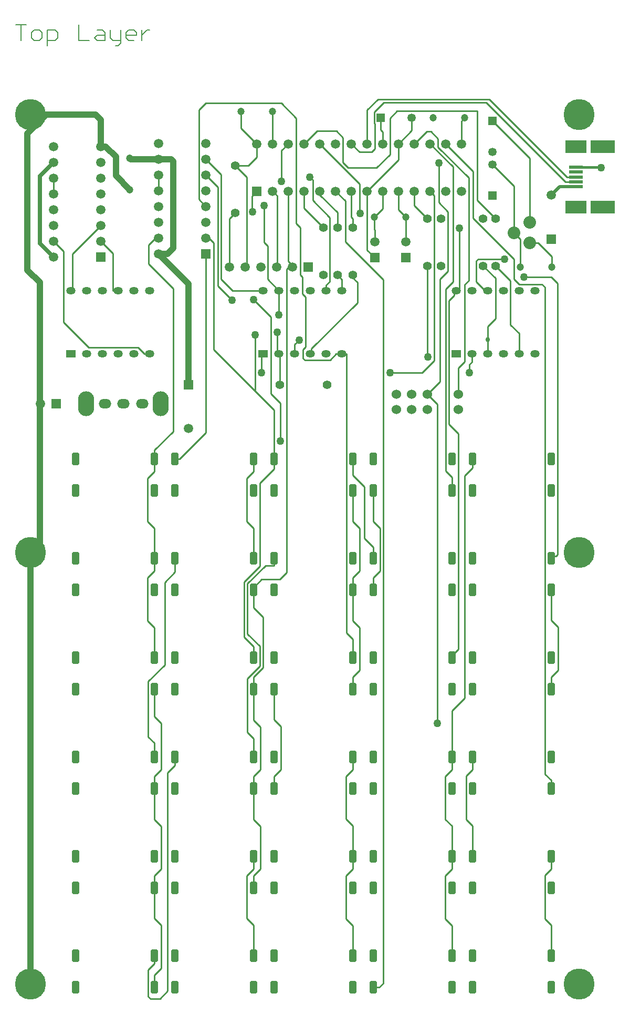
<source format=gtl>
%FSLAX25Y25*%
%MOIN*%
G70*
G01*
G75*
G04 Layer_Physical_Order=1*
G04 Layer_Color=13311*
%ADD10R,0.08858X0.01969*%
%ADD11R,0.13780X0.08071*%
%ADD12R,0.15748X0.08071*%
%ADD13C,0.01000*%
%ADD14C,0.04000*%
%ADD15C,0.01500*%
%ADD16C,0.02000*%
%ADD17C,0.02500*%
%ADD18C,0.00600*%
%ADD19C,0.05512*%
%ADD20C,0.05906*%
%ADD21R,0.05906X0.05906*%
%ADD22C,0.19685*%
%ADD23C,0.06000*%
%ADD24C,0.05315*%
%ADD25R,0.05315X0.05315*%
%ADD26R,0.05906X0.05906*%
%ADD27C,0.05906*%
%ADD28C,0.08000*%
%ADD29R,0.05906X0.05906*%
G04:AMPARAMS|DCode=30|XSize=47.24mil|YSize=80mil|CornerRadius=11.81mil|HoleSize=0mil|Usage=FLASHONLY|Rotation=0.000|XOffset=0mil|YOffset=0mil|HoleType=Round|Shape=RoundedRectangle|*
%AMROUNDEDRECTD30*
21,1,0.04724,0.05638,0,0,0.0*
21,1,0.02362,0.08000,0,0,0.0*
1,1,0.02362,0.01181,-0.02819*
1,1,0.02362,-0.01181,-0.02819*
1,1,0.02362,-0.01181,0.02819*
1,1,0.02362,0.01181,0.02819*
%
%ADD30ROUNDEDRECTD30*%
%ADD31R,0.05315X0.05315*%
%ADD32C,0.04724*%
%ADD33R,0.06000X0.04724*%
%ADD34O,0.06000X0.04724*%
%ADD35O,0.10236X0.15748*%
%ADD36O,0.07874X0.06000*%
%ADD37C,0.05000*%
%ADD38C,0.03000*%
D10*
X356299Y531102D02*
D03*
Y543701D02*
D03*
Y537402D02*
D03*
Y534252D02*
D03*
Y540551D02*
D03*
D11*
Y556693D02*
D03*
Y518110D02*
D03*
D12*
X373032Y556693D02*
D03*
Y518110D02*
D03*
D13*
X238189Y413386D02*
X238189Y413386D01*
X258622D01*
X166500Y425197D02*
Y438900D01*
X167480Y425197D02*
X168071Y424606D01*
Y405512D02*
Y424606D01*
X227469Y23500D02*
X231300D01*
X152500Y401500D02*
X164476Y389524D01*
X282000Y465197D02*
Y504800D01*
X278700Y462200D02*
Y465197D01*
X159067Y291000D02*
X164476D01*
X210500Y248276D02*
Y425197D01*
X340461Y297000D02*
X343500D01*
X62000Y465197D02*
Y489024D01*
X36400Y465197D02*
Y488684D01*
X188100Y425197D02*
Y428419D01*
X320100Y425197D02*
Y438200D01*
X143543Y568268D02*
Y578740D01*
Y568268D02*
X153504Y558307D01*
X139764Y544528D02*
X147008Y537284D01*
X340709Y480315D02*
Y486991D01*
X332232Y495468D02*
X340709Y486991D01*
X326772Y495468D02*
X332232D01*
X283504Y558307D02*
Y572717D01*
X285591Y574803D01*
X300031Y425197D02*
Y442631D01*
X305000Y447600D01*
Y473307D01*
X297244Y481063D02*
X305000Y473307D01*
X251969Y566772D02*
Y574803D01*
X243504Y558307D02*
X251969Y566772D01*
X320709Y480315D02*
Y498031D01*
X316772Y501968D02*
X320709Y498031D01*
X227469Y23465D02*
Y23500D01*
X231300D02*
X233800Y26000D01*
Y472100D01*
X173504Y483819D02*
Y528307D01*
Y483819D02*
X177008Y480315D01*
X340461Y149449D02*
Y154761D01*
X336500Y158721D02*
X340461Y154761D01*
X336500Y158721D02*
Y467500D01*
X334600Y469400D02*
X336500Y467500D01*
X320000Y469400D02*
X334600D01*
X316800Y472600D02*
X320000Y469400D01*
X316800Y472600D02*
Y485200D01*
X290800Y511200D02*
X316800Y485200D01*
X290800Y511200D02*
Y541011D01*
X273504Y558307D02*
X290800Y541011D01*
X280031Y465197D02*
X282000D01*
X151484Y169449D02*
Y181300D01*
X147500Y185284D02*
X151484Y181300D01*
X147500Y185284D02*
Y219266D01*
X155434Y227200D01*
Y239766D01*
X147534Y247666D02*
X155434Y239766D01*
X147534Y247666D02*
Y279467D01*
X159067Y291000D01*
X164476D02*
Y295433D01*
X88492Y38700D02*
Y43465D01*
X84500Y34708D02*
X88492Y38700D01*
X84500Y17700D02*
Y34708D01*
Y17700D02*
X86000Y16200D01*
X92000D01*
X96900Y21100D01*
Y159732D01*
X101484Y164316D01*
Y169449D01*
X277469D02*
Y198932D01*
X285500Y206963D01*
Y347800D01*
X290461Y352761D01*
Y358425D01*
X82000Y425197D02*
X85433D01*
X78097Y429100D02*
X82000Y425197D01*
X46900Y429100D02*
X78097D01*
X30900Y445100D02*
X46900Y429100D01*
X233504Y517126D02*
Y528307D01*
X228189Y511811D02*
X233504Y517126D01*
X243504Y516496D02*
Y528307D01*
Y516496D02*
X248189Y511811D01*
X158100Y495900D02*
Y519300D01*
X187480Y425197D02*
X188100D01*
Y428419D02*
X217342Y457661D01*
Y470413D01*
X212598Y475157D02*
X217342Y470413D01*
X253504Y519370D02*
Y528307D01*
Y519370D02*
X261811Y511063D01*
X156500Y425197D02*
X157480D01*
X269000Y521200D02*
Y546100D01*
Y521200D02*
X274900Y515300D01*
Y477700D02*
Y515300D01*
X269800Y472600D02*
X274900Y477700D01*
X269800Y407595D02*
Y472600D01*
X261811Y399606D02*
X269800Y407595D01*
X151484Y264143D02*
Y275433D01*
Y264143D02*
X157434Y258193D01*
Y226150D02*
Y258193D01*
X151484Y220200D02*
X157434Y226150D01*
X151484Y212441D02*
Y220200D01*
X116800Y523121D02*
X121299Y518622D01*
X116800Y523121D02*
Y580000D01*
X121000Y584200D01*
X169000D01*
X178500Y574700D01*
Y507756D02*
Y574700D01*
X182900Y428000D02*
X184400Y429500D01*
X182900Y422400D02*
Y428000D01*
Y422400D02*
X184000Y421300D01*
X200003D01*
X203900Y425197D01*
X207480D01*
X316772Y501968D02*
Y531654D01*
X303150Y545276D02*
X316772Y531654D01*
X243504Y548307D02*
Y558307D01*
X223504Y528307D02*
X243504Y548307D01*
X183504Y558307D02*
X191697Y566500D01*
X204000D01*
X208300Y562200D01*
Y546600D02*
Y562200D01*
Y546600D02*
X211600Y543300D01*
X229600D01*
X238000Y551700D01*
Y574500D01*
X242600Y579100D01*
X293400D01*
X293500Y579000D01*
Y522681D02*
Y579000D01*
Y522681D02*
X305118Y511063D01*
X193504Y558307D02*
X218800Y533011D01*
Y514700D02*
Y533011D01*
Y514700D02*
X219100Y514400D01*
X298500Y465197D02*
X300031D01*
X292900Y470797D02*
X298500Y465197D01*
X292900Y470797D02*
Y484300D01*
X294000Y485400D01*
X310900D01*
X261811Y423589D02*
X262100Y423300D01*
X261811Y423589D02*
Y481063D01*
X263504Y528307D02*
X266100Y525711D01*
Y420864D02*
Y525711D01*
X258622Y413386D02*
X266100Y420864D01*
X168500Y369800D02*
Y393800D01*
X162500Y399800D02*
X168500Y393800D01*
X166500Y425197D02*
X167480D01*
X277469Y338425D02*
Y347000D01*
X273500Y350969D02*
X277469Y347000D01*
X273500Y350969D02*
Y466400D01*
X278000Y470900D01*
Y543811D01*
X263504Y558307D02*
X278000Y543811D01*
X138203Y465197D02*
X157480D01*
X164476Y358425D02*
Y389524D01*
X152500Y401500D02*
Y437300D01*
X340461Y295433D02*
Y297000D01*
X343500D02*
X344500Y298000D01*
Y469900D01*
X340600Y473800D02*
X344500Y469900D01*
X323200Y473800D02*
X340600D01*
X253504Y558307D02*
X261397Y566200D01*
X264000D01*
X268500Y561700D01*
Y556400D02*
Y561700D01*
Y556400D02*
X288000Y536900D01*
Y471600D02*
Y536900D01*
X285500Y469100D02*
X288000Y471600D01*
X285500Y420400D02*
Y469100D01*
X281496Y416396D02*
X285500Y420400D01*
X281496Y399606D02*
Y416396D01*
X153504Y550032D02*
Y558307D01*
X148000Y544528D02*
X153504Y550032D01*
X139764Y544528D02*
X148000D01*
X35433Y465197D02*
X36400D01*
Y488684D02*
X54370Y506654D01*
X326772Y508468D02*
Y549213D01*
X303150Y572835D02*
X326772Y549213D01*
X54370Y496654D02*
X62000Y489024D01*
Y465197D02*
X65433D01*
X320031Y425197D02*
X320100D01*
X314600Y443700D02*
X320100Y438200D01*
X314600Y443700D02*
Y471581D01*
X305118Y481063D02*
X314600Y471581D01*
X214476Y348400D02*
Y358425D01*
Y348400D02*
X221900Y340976D01*
Y308169D02*
Y340976D01*
Y308169D02*
X227469Y302600D01*
Y295433D02*
Y302600D01*
X173815Y480315D02*
X177008D01*
X172500Y479000D02*
X173815Y480315D01*
X172500Y286600D02*
Y479000D01*
X168000Y282100D02*
X172500Y286600D01*
X156584Y282100D02*
X168000D01*
X151484Y277000D02*
X156584Y282100D01*
X151484Y275433D02*
Y277000D01*
X278700Y465197D02*
X280031D01*
X275500Y459000D02*
X278700Y462200D01*
X275500Y380500D02*
Y459000D01*
Y380500D02*
X281500Y374500D01*
Y237770D02*
Y374500D01*
X277469Y233739D02*
X281500Y237770D01*
X277469Y232441D02*
Y233739D01*
X261811Y399606D02*
X268200Y393217D01*
X223504Y491063D02*
X228346Y486220D01*
X223504Y491063D02*
Y528307D01*
X164476Y352376D02*
Y358425D01*
X155500Y343400D02*
X164476Y352376D01*
X155500Y290433D02*
Y343400D01*
X145534Y280467D02*
X155500Y290433D01*
X145534Y245650D02*
Y280467D01*
Y245650D02*
X151484Y239700D01*
Y232441D02*
Y239700D01*
X88492Y195200D02*
Y212441D01*
Y195200D02*
X92800Y190893D01*
Y161508D02*
Y190893D01*
X88492Y157200D02*
X92800Y161508D01*
X88492Y149449D02*
Y157200D01*
Y169449D02*
Y178408D01*
X84500Y182400D02*
X88492Y178408D01*
X84500Y182400D02*
Y217500D01*
X95000Y228000D01*
Y280400D01*
X101484Y286884D01*
Y295433D01*
X207480Y425197D02*
X210500D01*
Y248276D02*
X214476Y244300D01*
Y232441D02*
Y244300D01*
X91299Y528622D02*
Y538622D01*
X24370Y526654D02*
Y536654D01*
X163543Y568539D02*
Y578740D01*
X163504Y568500D02*
X163543Y568539D01*
X163504Y558307D02*
Y568500D01*
X88492Y130008D02*
Y149449D01*
Y130008D02*
X92800Y125700D01*
Y98608D02*
Y125700D01*
X88492Y94300D02*
X92800Y98608D01*
X88492Y86457D02*
Y94300D01*
Y67108D02*
Y86457D01*
Y67108D02*
X92800Y62800D01*
Y35608D02*
Y62800D01*
X88492Y31300D02*
X92800Y35608D01*
X88492Y23465D02*
Y31300D01*
X151484Y193016D02*
Y212441D01*
Y193016D02*
X155800Y188700D01*
Y161516D02*
Y188700D01*
X151484Y157200D02*
X155800Y161516D01*
X151484Y149449D02*
Y157200D01*
Y130016D02*
Y149449D01*
Y130016D02*
X155800Y125700D01*
Y98516D02*
Y125700D01*
X151484Y94200D02*
X155800Y98516D01*
X151484Y86457D02*
Y94200D01*
X164476Y149449D02*
Y157276D01*
X168800Y161600D01*
Y188776D01*
X164476Y193100D02*
X168800Y188776D01*
X164476Y193100D02*
Y212441D01*
X214476Y319024D02*
Y338425D01*
Y319024D02*
X218800Y314700D01*
Y287524D02*
Y314700D01*
X214476Y283200D02*
X218800Y287524D01*
X214476Y275433D02*
Y283200D01*
Y212441D02*
Y220276D01*
X218800Y224600D01*
Y251676D01*
X214476Y256000D02*
X218800Y251676D01*
X214476Y256000D02*
Y275433D01*
X227469Y319031D02*
Y338425D01*
Y319031D02*
X231800Y314700D01*
Y287531D02*
Y314700D01*
X227469Y283200D02*
X231800Y287531D01*
X227469Y275433D02*
Y283200D01*
X340461Y212441D02*
Y220261D01*
X344800Y224600D01*
Y251761D01*
X340461Y256100D02*
X344800Y251761D01*
X340461Y256100D02*
Y275433D01*
X88492Y350492D02*
Y358425D01*
X84200Y346200D02*
X88492Y350492D01*
X84200Y318992D02*
Y346200D01*
Y318992D02*
X88492Y314700D01*
Y295433D02*
Y314700D01*
Y232441D02*
Y251708D01*
X84200Y256000D02*
X88492Y251708D01*
X84200Y256000D02*
Y283208D01*
X88492Y287500D01*
Y295433D01*
X151484D02*
Y314716D01*
X147200Y319000D02*
X151484Y314716D01*
X147200Y319000D02*
Y346216D01*
X151484Y350500D01*
Y358425D01*
Y98584D02*
Y106457D01*
X147200Y94300D02*
X151484Y98584D01*
X147200Y67084D02*
Y94300D01*
Y67084D02*
X151484Y62800D01*
Y43465D02*
Y62800D01*
X214476Y161576D02*
Y169449D01*
X210200Y157300D02*
X214476Y161576D01*
X210200Y130076D02*
Y157300D01*
Y130076D02*
X214476Y125800D01*
Y106457D02*
Y125800D01*
Y43465D02*
Y62724D01*
X210200Y67000D02*
X214476Y62724D01*
X210200Y67000D02*
Y94224D01*
X214476Y98500D01*
Y106457D01*
X277469Y161569D02*
Y169449D01*
X273200Y157300D02*
X277469Y161569D01*
X273200Y130069D02*
Y157300D01*
Y130069D02*
X277469Y125800D01*
Y106457D02*
Y125800D01*
Y43465D02*
Y62731D01*
X273200Y67000D02*
X277469Y62731D01*
X273200Y67000D02*
Y94231D01*
X277469Y98500D01*
Y106457D01*
X228189Y504057D02*
Y511811D01*
Y504057D02*
X228346Y503900D01*
Y496220D02*
Y503900D01*
X248189Y504057D02*
Y511811D01*
X248032Y503900D02*
X248189Y504057D01*
X248032Y496220D02*
Y503900D01*
X290031Y419909D02*
Y425197D01*
X288622Y418500D02*
X290031Y419909D01*
X288622Y413386D02*
Y418500D01*
X232284Y567120D02*
Y574803D01*
Y567120D02*
X233504Y565900D01*
Y558307D02*
Y565900D01*
X290461Y161461D02*
Y169449D01*
X286500Y157500D02*
X290461Y161461D01*
X286500Y129861D02*
Y157500D01*
Y129861D02*
X290461Y125900D01*
Y106457D02*
Y125900D01*
X340461Y98461D02*
Y106457D01*
X336500Y94500D02*
X340461Y98461D01*
X336500Y66861D02*
Y94500D01*
Y66861D02*
X340461Y62900D01*
Y43465D02*
Y62900D01*
X213504Y558307D02*
X218661Y553150D01*
X226378D01*
X228346Y555118D01*
Y571084D01*
X228126Y571304D02*
Y578520D01*
X234220Y584614D01*
X228126Y571304D02*
X228346Y571084D01*
X234220Y584614D02*
X299244D01*
X349606Y534252D01*
X356299D01*
X350394Y537402D02*
X356299D01*
X301181Y586614D02*
X350394Y537402D01*
X230315Y586614D02*
X301181D01*
X223504Y558307D02*
Y579803D01*
X230315Y586614D01*
X24370Y496654D02*
X30866Y490158D01*
X30900D01*
Y445100D02*
Y490158D01*
X121299Y498622D02*
X123033D01*
X101484Y358425D02*
X104488D01*
X121299Y375236D01*
Y488622D01*
X88492Y358425D02*
Y364083D01*
X100394Y375984D01*
Y466535D01*
X84646Y482283D02*
Y494095D01*
X89173Y498622D01*
X91299D01*
X84646Y482283D02*
X100394Y466535D01*
X268000Y190945D02*
X268200Y191145D01*
Y393217D01*
X156500Y413200D02*
Y425197D01*
X214567Y505157D02*
Y510748D01*
X213504Y511811D02*
X214567Y510748D01*
X213504Y511811D02*
Y528307D01*
X209646Y496254D02*
X233800Y472100D01*
X209646Y496254D02*
Y522165D01*
X203504Y528307D02*
X209646Y522165D01*
X207480Y465197D02*
Y472402D01*
X204725Y475157D02*
X207480Y472402D01*
X167323Y449803D02*
Y465040D01*
X167480Y465197D01*
X193504Y525984D02*
Y528307D01*
Y525984D02*
X204725Y514764D01*
Y505157D02*
Y514764D01*
X125984Y428016D02*
X152500Y401500D01*
X125984Y428016D02*
Y495671D01*
X123033Y498622D02*
X125984Y495671D01*
X130905Y472495D02*
X138203Y465197D01*
X130905Y472495D02*
Y539016D01*
X121299Y548622D02*
X130905Y539016D01*
X128937Y468263D02*
X137900Y459300D01*
X128937Y468263D02*
Y530984D01*
X121299Y538622D02*
X128937Y530984D01*
X136024Y480315D02*
Y510787D01*
X139764Y514528D01*
X150591Y514980D02*
X150808Y515198D01*
X150591Y525393D02*
X153504Y528307D01*
X150591Y514980D02*
Y525393D01*
X158100Y495900D02*
X160433Y493567D01*
Y472441D02*
Y493567D01*
Y472441D02*
X167480Y465394D01*
Y465197D02*
Y465394D01*
X178500Y507756D02*
X181102Y505153D01*
X182585Y463084D02*
X184400Y461269D01*
X182585Y463084D02*
Y473911D01*
X181102Y475394D02*
X182585Y473911D01*
X184400Y429500D02*
Y461269D01*
X181102Y475394D02*
Y505153D01*
X166339Y480984D02*
X167008Y480315D01*
X166339Y480984D02*
Y525472D01*
X163504Y528307D02*
X166339Y525472D01*
X147008Y480315D02*
Y537284D01*
X197480Y468660D02*
X199922Y471102D01*
Y511700D01*
X197480Y465197D02*
Y468660D01*
X188976Y522646D02*
X199922Y511700D01*
X183504Y517520D02*
Y528307D01*
Y517520D02*
X195866Y505158D01*
X162500Y399800D02*
Y448721D01*
X151575Y459646D02*
X162500Y448721D01*
X177480Y425197D02*
Y431080D01*
X180400Y434000D01*
X169291Y534449D02*
Y554094D01*
X173504Y558307D01*
X187008Y537402D02*
X188976Y535433D01*
Y522646D02*
Y535433D01*
D14*
X7874Y478346D02*
X15748Y470472D01*
X7874Y478346D02*
Y564961D01*
X19685Y576772D01*
X51181D01*
X54370Y573583D01*
Y556654D02*
Y573583D01*
X110236Y405709D02*
Y469685D01*
X91299Y488622D02*
X110236Y469685D01*
X91299Y488622D02*
X96890D01*
X100394Y492126D01*
Y547244D01*
X99016Y548622D02*
X100394Y547244D01*
X91299Y548622D02*
X99016D01*
X73583D02*
X91299D01*
X72835Y549370D02*
X73583Y548622D01*
X54370Y556654D02*
X57520D01*
X64000Y550173D01*
Y538205D02*
Y550173D01*
Y538205D02*
X72835Y529370D01*
X9843Y25591D02*
Y299213D01*
X15748Y305118D01*
Y470472D01*
D15*
X356299Y543701D02*
X371654D01*
X372047Y543307D01*
D16*
X345866Y531102D02*
X356299D01*
X340551Y525787D02*
X345866Y531102D01*
D17*
X15748Y495276D02*
Y538032D01*
Y495276D02*
X24370Y486654D01*
X15748Y538032D02*
X24370Y546654D01*
D18*
X565Y633829D02*
X7230D01*
X3898D01*
Y623832D01*
X12228D02*
X15561D01*
X17227Y625498D01*
Y628831D01*
X15561Y630497D01*
X12228D01*
X10562Y628831D01*
Y625498D01*
X12228Y623832D01*
X20559Y620500D02*
Y630497D01*
X25557D01*
X27223Y628831D01*
Y625498D01*
X25557Y623832D01*
X20559D01*
X40552Y633829D02*
Y623832D01*
X47217D01*
X52215Y630497D02*
X55548D01*
X57214Y628831D01*
Y623832D01*
X52215D01*
X50549Y625498D01*
X52215Y627165D01*
X57214D01*
X60546Y630497D02*
Y625498D01*
X62212Y623832D01*
X67211D01*
Y622166D01*
X65544Y620500D01*
X63878D01*
X67211Y623832D02*
Y630497D01*
X75541Y623832D02*
X72209D01*
X70543Y625498D01*
Y628831D01*
X72209Y630497D01*
X75541D01*
X77207Y628831D01*
Y627165D01*
X70543D01*
X80540Y630497D02*
Y623832D01*
Y627165D01*
X82206Y628831D01*
X83872Y630497D01*
X85538D01*
D19*
X195866Y475157D02*
D03*
Y505158D02*
D03*
X139764Y514528D02*
D03*
Y544528D02*
D03*
X270622Y511063D02*
D03*
Y481063D02*
D03*
X261811Y511063D02*
D03*
Y481063D02*
D03*
X297244Y511063D02*
D03*
Y481063D02*
D03*
X305118Y511063D02*
D03*
Y481063D02*
D03*
X214567Y505157D02*
D03*
Y475157D02*
D03*
X198071Y405512D02*
D03*
X168071D02*
D03*
X204725Y505157D02*
D03*
Y475157D02*
D03*
D20*
X91299Y558622D02*
D03*
Y548622D02*
D03*
Y538622D02*
D03*
Y528622D02*
D03*
Y518622D02*
D03*
Y508622D02*
D03*
Y498622D02*
D03*
Y488622D02*
D03*
X121299Y558622D02*
D03*
Y548622D02*
D03*
Y538622D02*
D03*
Y528622D02*
D03*
Y518622D02*
D03*
Y508622D02*
D03*
Y498622D02*
D03*
X24370Y556654D02*
D03*
Y546654D02*
D03*
Y536654D02*
D03*
Y526654D02*
D03*
Y516654D02*
D03*
Y506654D02*
D03*
Y496654D02*
D03*
Y486654D02*
D03*
X54370Y556654D02*
D03*
Y546654D02*
D03*
Y536654D02*
D03*
Y526654D02*
D03*
Y516654D02*
D03*
Y506654D02*
D03*
Y496654D02*
D03*
D21*
X121299Y488622D02*
D03*
X54370Y486654D02*
D03*
D22*
X358268Y576772D02*
D03*
X9843D02*
D03*
X358268Y25591D02*
D03*
X9843D02*
D03*
Y299213D02*
D03*
X358268D02*
D03*
D23*
X242126Y389764D02*
D03*
X251969D02*
D03*
X261811D02*
D03*
X281496D02*
D03*
X251969Y399606D02*
D03*
X242126D02*
D03*
X261811D02*
D03*
X281496D02*
D03*
D24*
X303150Y553150D02*
D03*
Y545276D02*
D03*
X251969Y574803D02*
D03*
D25*
X303150Y572835D02*
D03*
Y525591D02*
D03*
D26*
X340551Y497835D02*
D03*
X228346Y486220D02*
D03*
X248032D02*
D03*
X110236Y405709D02*
D03*
X153504Y528307D02*
D03*
D27*
X340551Y525787D02*
D03*
X228346Y496220D02*
D03*
X248032D02*
D03*
X136024Y480315D02*
D03*
X146024D02*
D03*
X156024D02*
D03*
X166024D02*
D03*
X176024D02*
D03*
X110236Y377756D02*
D03*
X16000Y393701D02*
D03*
X163504Y528307D02*
D03*
X173504D02*
D03*
X183504D02*
D03*
X193504D02*
D03*
X203504D02*
D03*
X213504D02*
D03*
X223504D02*
D03*
X233504D02*
D03*
X243504D02*
D03*
X253504D02*
D03*
X263504D02*
D03*
X273504D02*
D03*
X283504D02*
D03*
X153504Y558307D02*
D03*
X163504D02*
D03*
X173504D02*
D03*
X183504D02*
D03*
X193504D02*
D03*
X203504D02*
D03*
X213504D02*
D03*
X223504D02*
D03*
X233504D02*
D03*
X243504D02*
D03*
X253504D02*
D03*
X263504D02*
D03*
X273504D02*
D03*
X283504D02*
D03*
D28*
X326772Y495468D02*
D03*
X316772Y501968D02*
D03*
X326772Y508468D02*
D03*
D29*
X186024Y480315D02*
D03*
X26000Y393701D02*
D03*
D30*
X290461Y338425D02*
D03*
X340461Y358425D02*
D03*
Y338425D02*
D03*
X290461Y358425D02*
D03*
X227469D02*
D03*
X277469Y338425D02*
D03*
Y358425D02*
D03*
X227469Y338425D02*
D03*
X164476D02*
D03*
X214476Y358425D02*
D03*
Y338425D02*
D03*
X164476Y358425D02*
D03*
X101484D02*
D03*
X151484Y338425D02*
D03*
Y358425D02*
D03*
X101484Y338425D02*
D03*
X38492D02*
D03*
X88492Y358425D02*
D03*
Y338425D02*
D03*
X38492Y358425D02*
D03*
Y43465D02*
D03*
X88492Y23465D02*
D03*
Y43465D02*
D03*
X38492Y23465D02*
D03*
X101484D02*
D03*
X151484Y43465D02*
D03*
Y23465D02*
D03*
X101484Y43465D02*
D03*
X164476D02*
D03*
X214476Y23465D02*
D03*
Y43465D02*
D03*
X164476Y23465D02*
D03*
X227469D02*
D03*
X277469Y43465D02*
D03*
Y23465D02*
D03*
X227469Y43465D02*
D03*
X290461D02*
D03*
X340461Y23465D02*
D03*
Y43465D02*
D03*
X290461Y23465D02*
D03*
X38492Y86457D02*
D03*
X88492Y106457D02*
D03*
Y86457D02*
D03*
X38492Y106457D02*
D03*
X101484D02*
D03*
X151484Y86457D02*
D03*
Y106457D02*
D03*
X101484Y86457D02*
D03*
X164476D02*
D03*
X214476Y106457D02*
D03*
Y86457D02*
D03*
X164476Y106457D02*
D03*
X227469D02*
D03*
X277469Y86457D02*
D03*
Y106457D02*
D03*
X227469Y86457D02*
D03*
X290461D02*
D03*
X340461Y106457D02*
D03*
Y86457D02*
D03*
X290461Y106457D02*
D03*
X38492Y169449D02*
D03*
X88492Y149449D02*
D03*
Y169449D02*
D03*
X38492Y149449D02*
D03*
X101484D02*
D03*
X151484Y169449D02*
D03*
Y149449D02*
D03*
X101484Y169449D02*
D03*
X164476D02*
D03*
X214476Y149449D02*
D03*
Y169449D02*
D03*
X164476Y149449D02*
D03*
X227469D02*
D03*
X277469Y169449D02*
D03*
Y149449D02*
D03*
X227469Y169449D02*
D03*
X290461D02*
D03*
X340461Y149449D02*
D03*
Y169449D02*
D03*
X290461Y149449D02*
D03*
X38492Y212441D02*
D03*
X88492Y232441D02*
D03*
Y212441D02*
D03*
X38492Y232441D02*
D03*
X101484D02*
D03*
X151484Y212441D02*
D03*
Y232441D02*
D03*
X101484Y212441D02*
D03*
X164476D02*
D03*
X214476Y232441D02*
D03*
Y212441D02*
D03*
X164476Y232441D02*
D03*
X227469D02*
D03*
X277469Y212441D02*
D03*
Y232441D02*
D03*
X227469Y212441D02*
D03*
X290461D02*
D03*
X340461Y232441D02*
D03*
Y212441D02*
D03*
X290461Y232441D02*
D03*
X38492Y295433D02*
D03*
X88492Y275433D02*
D03*
Y295433D02*
D03*
X38492Y275433D02*
D03*
X101484D02*
D03*
X151484Y295433D02*
D03*
Y275433D02*
D03*
X101484Y295433D02*
D03*
X164476D02*
D03*
X214476Y275433D02*
D03*
Y295433D02*
D03*
X164476Y275433D02*
D03*
X227469D02*
D03*
X277469Y295433D02*
D03*
Y275433D02*
D03*
X227469Y295433D02*
D03*
X290461D02*
D03*
X340461Y275433D02*
D03*
Y295433D02*
D03*
X290461Y275433D02*
D03*
D31*
X232284Y574803D02*
D03*
D32*
X320709Y480315D02*
D03*
X340709D02*
D03*
X163543Y578740D02*
D03*
X143543D02*
D03*
X265591Y574803D02*
D03*
X285591D02*
D03*
X248189Y511811D02*
D03*
X228189D02*
D03*
X72835Y529370D02*
D03*
Y549370D02*
D03*
D33*
X35433Y425197D02*
D03*
X157480D02*
D03*
X280031D02*
D03*
D34*
X45433D02*
D03*
X55433D02*
D03*
X65433D02*
D03*
X75433D02*
D03*
X85433D02*
D03*
X35433Y465197D02*
D03*
X45433D02*
D03*
X55433D02*
D03*
X65433D02*
D03*
X75433D02*
D03*
X85433D02*
D03*
X167480Y425197D02*
D03*
X177480D02*
D03*
X187480D02*
D03*
X197480D02*
D03*
X207480D02*
D03*
X157480Y465197D02*
D03*
X167480D02*
D03*
X177480D02*
D03*
X187480D02*
D03*
X197480D02*
D03*
X207480D02*
D03*
X290031Y425197D02*
D03*
X300031D02*
D03*
X310031D02*
D03*
X320031D02*
D03*
X330031D02*
D03*
X280031Y465197D02*
D03*
X290031D02*
D03*
X300031D02*
D03*
X310031D02*
D03*
X320031D02*
D03*
X330031D02*
D03*
D35*
X92520Y393701D02*
D03*
X45276D02*
D03*
D36*
X80709D02*
D03*
X68898D02*
D03*
X57087D02*
D03*
D37*
X238189Y413386D02*
D03*
X282000Y504800D02*
D03*
X137900Y459300D02*
D03*
X158100Y519300D02*
D03*
X156500Y413200D02*
D03*
X269000Y546100D02*
D03*
X219100Y514400D02*
D03*
X310900Y485400D02*
D03*
X262100Y423300D02*
D03*
X168500Y369800D02*
D03*
X166500Y438900D02*
D03*
X180400Y434000D02*
D03*
X152500Y437300D02*
D03*
X323200Y473800D02*
D03*
X372047Y543307D02*
D03*
X288622Y413386D02*
D03*
X268000Y190945D02*
D03*
X167323Y449803D02*
D03*
X150808Y515198D02*
D03*
X151575Y459646D02*
D03*
X169291Y534449D02*
D03*
X187008Y537402D02*
D03*
D38*
X300031Y434400D02*
D03*
M02*

</source>
